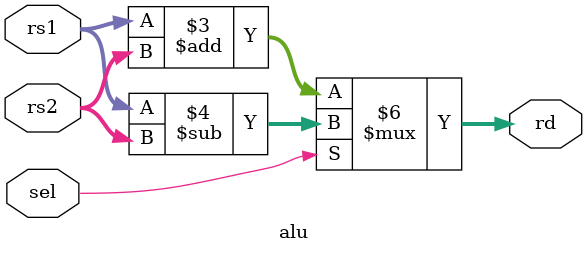
<source format=v>
module alu(rs1, rs2, rd, sel);

input sel;
input [0:31] rs1, rs2;
output [0:31] rd;

always @(rs1, rs2, sel) begin
	if(!sel) rd = rs1 + rs2;
	else rd = rs1 - rs2;
end

endmodule

</source>
